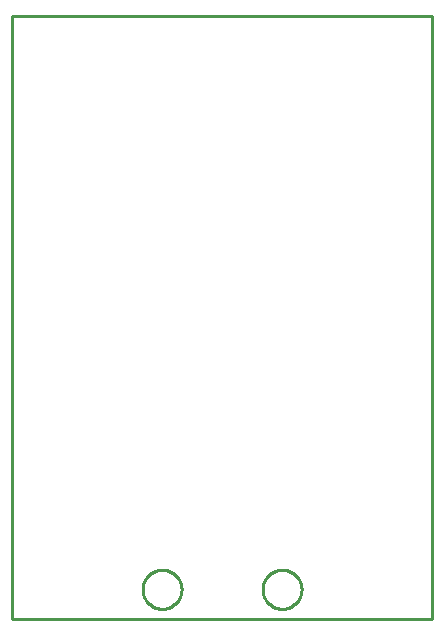
<source format=gbr>
G04 EAGLE Gerber RS-274X export*
G75*
%MOMM*%
%FSLAX34Y34*%
%LPD*%
%IN*%
%IPPOS*%
%AMOC8*
5,1,8,0,0,1.08239X$1,22.5*%
G01*
%ADD10C,0.254000*%


D10*
X0Y0D02*
X355600Y0D01*
X355600Y510540D01*
X0Y510540D01*
X0Y0D01*
X143510Y24860D02*
X143439Y23781D01*
X143298Y22709D01*
X143087Y21649D01*
X142808Y20605D01*
X142460Y19581D01*
X142046Y18583D01*
X141568Y17613D01*
X141028Y16677D01*
X140427Y15778D01*
X139769Y14921D01*
X139057Y14108D01*
X138292Y13344D01*
X137479Y12631D01*
X136622Y11973D01*
X135723Y11372D01*
X134787Y10832D01*
X133817Y10354D01*
X132819Y9940D01*
X131795Y9592D01*
X130751Y9313D01*
X129691Y9102D01*
X128619Y8961D01*
X127540Y8890D01*
X126460Y8890D01*
X125381Y8961D01*
X124309Y9102D01*
X123249Y9313D01*
X122205Y9592D01*
X121181Y9940D01*
X120183Y10354D01*
X119213Y10832D01*
X118277Y11372D01*
X117378Y11973D01*
X116521Y12631D01*
X115708Y13344D01*
X114944Y14108D01*
X114231Y14921D01*
X113573Y15778D01*
X112972Y16677D01*
X112432Y17613D01*
X111954Y18583D01*
X111540Y19581D01*
X111192Y20605D01*
X110913Y21649D01*
X110702Y22709D01*
X110561Y23781D01*
X110490Y24860D01*
X110490Y25940D01*
X110561Y27019D01*
X110702Y28091D01*
X110913Y29151D01*
X111192Y30195D01*
X111540Y31219D01*
X111954Y32217D01*
X112432Y33187D01*
X112972Y34123D01*
X113573Y35022D01*
X114231Y35879D01*
X114944Y36692D01*
X115708Y37457D01*
X116521Y38169D01*
X117378Y38827D01*
X118277Y39428D01*
X119213Y39968D01*
X120183Y40446D01*
X121181Y40860D01*
X122205Y41208D01*
X123249Y41487D01*
X124309Y41698D01*
X125381Y41839D01*
X126460Y41910D01*
X127540Y41910D01*
X128619Y41839D01*
X129691Y41698D01*
X130751Y41487D01*
X131795Y41208D01*
X132819Y40860D01*
X133817Y40446D01*
X134787Y39968D01*
X135723Y39428D01*
X136622Y38827D01*
X137479Y38169D01*
X138292Y37457D01*
X139057Y36692D01*
X139769Y35879D01*
X140427Y35022D01*
X141028Y34123D01*
X141568Y33187D01*
X142046Y32217D01*
X142460Y31219D01*
X142808Y30195D01*
X143087Y29151D01*
X143298Y28091D01*
X143439Y27019D01*
X143510Y25940D01*
X143510Y24860D01*
X245110Y24860D02*
X245039Y23781D01*
X244898Y22709D01*
X244687Y21649D01*
X244408Y20605D01*
X244060Y19581D01*
X243646Y18583D01*
X243168Y17613D01*
X242628Y16677D01*
X242027Y15778D01*
X241369Y14921D01*
X240657Y14108D01*
X239892Y13344D01*
X239079Y12631D01*
X238222Y11973D01*
X237323Y11372D01*
X236387Y10832D01*
X235417Y10354D01*
X234419Y9940D01*
X233395Y9592D01*
X232351Y9313D01*
X231291Y9102D01*
X230219Y8961D01*
X229140Y8890D01*
X228060Y8890D01*
X226981Y8961D01*
X225909Y9102D01*
X224849Y9313D01*
X223805Y9592D01*
X222781Y9940D01*
X221783Y10354D01*
X220813Y10832D01*
X219877Y11372D01*
X218978Y11973D01*
X218121Y12631D01*
X217308Y13344D01*
X216544Y14108D01*
X215831Y14921D01*
X215173Y15778D01*
X214572Y16677D01*
X214032Y17613D01*
X213554Y18583D01*
X213140Y19581D01*
X212792Y20605D01*
X212513Y21649D01*
X212302Y22709D01*
X212161Y23781D01*
X212090Y24860D01*
X212090Y25940D01*
X212161Y27019D01*
X212302Y28091D01*
X212513Y29151D01*
X212792Y30195D01*
X213140Y31219D01*
X213554Y32217D01*
X214032Y33187D01*
X214572Y34123D01*
X215173Y35022D01*
X215831Y35879D01*
X216544Y36692D01*
X217308Y37457D01*
X218121Y38169D01*
X218978Y38827D01*
X219877Y39428D01*
X220813Y39968D01*
X221783Y40446D01*
X222781Y40860D01*
X223805Y41208D01*
X224849Y41487D01*
X225909Y41698D01*
X226981Y41839D01*
X228060Y41910D01*
X229140Y41910D01*
X230219Y41839D01*
X231291Y41698D01*
X232351Y41487D01*
X233395Y41208D01*
X234419Y40860D01*
X235417Y40446D01*
X236387Y39968D01*
X237323Y39428D01*
X238222Y38827D01*
X239079Y38169D01*
X239892Y37457D01*
X240657Y36692D01*
X241369Y35879D01*
X242027Y35022D01*
X242628Y34123D01*
X243168Y33187D01*
X243646Y32217D01*
X244060Y31219D01*
X244408Y30195D01*
X244687Y29151D01*
X244898Y28091D01*
X245039Y27019D01*
X245110Y25940D01*
X245110Y24860D01*
M02*

</source>
